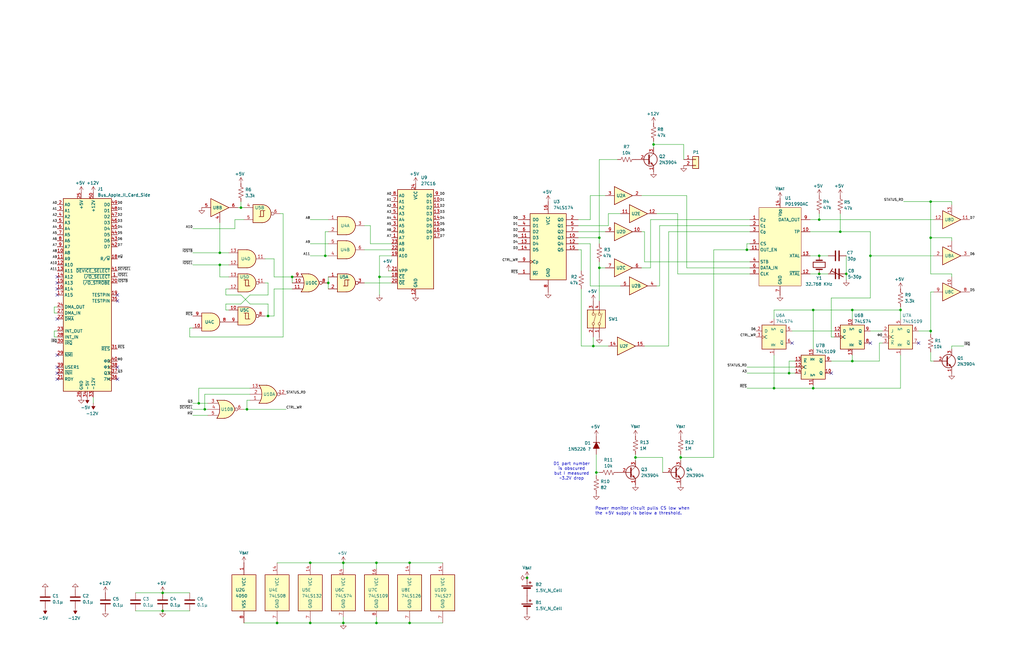
<source format=kicad_sch>
(kicad_sch (version 20231120) (generator "eeschema") (generator_version "8.0")
  (paper "USLedger")
  (title_block (title "Thunderware Thunderclock Plus") (date "2024-11-03") (rev "880-02") (comment 2 "captured by Mark Aikens") (comment 3 "by Thunderware Incorporated") (comment 4 "Real-time clock card for Apple II computers"))
  (junction (at 116.84 262.89))
  (junction (at 172.72 237.49))
  (junction (at 252.73 113.03))
  (junction (at 359.41 152.4))
  (junction (at 314.96 105.41))
  (junction (at 144.78 262.89))
  (junction (at 252.73 100.33))
  (junction (at 267.97 193.04))
  (junction (at 138.43 119.38))
  (junction (at 101.6 87.63))
  (junction (at 160.02 116.84))
  (junction (at 130.81 237.49))
  (junction (at 392.43 85.09))
  (junction (at 392.43 100.33))
  (junction (at 172.72 262.89))
  (junction (at 86.36 172.72))
  (junction (at 158.75 262.89))
  (junction (at 130.81 262.89))
  (junction (at 379.73 130.81))
  (junction (at 68.58 257.81))
  (junction (at 251.46 199.39))
  (junction (at 158.75 237.49))
  (junction (at 123.19 116.84))
  (junction (at 345.44 107.95))
  (junction (at 392.43 139.7))
  (junction (at 367.03 107.95))
  (junction (at 68.58 250.19))
  (junction (at 137.16 107.95))
  (junction (at 250.19 146.05))
  (junction (at 326.39 163.83))
  (junction (at 222.25 243.84))
  (junction (at 113.03 133.35))
  (junction (at 359.41 130.81))
  (junction (at 104.14 172.72))
  (junction (at 356.87 115.57))
  (junction (at 144.78 237.49))
  (junction (at 342.9 163.83))
  (junction (at 354.33 97.79))
  (junction (at 92.71 111.76))
  (junction (at 92.71 106.68))
  (junction (at 345.44 92.71))
  (junction (at 287.02 193.04))
  (junction (at 83.82 170.18))
  (junction (at 332.74 157.48))
  (junction (at 345.44 115.57))
  (junction (at 275.59 60.96))
  (junction (at 342.9 130.81))
  (no_connect (at 49.53 160.02))
  (no_connect (at 49.53 154.94))
  (no_connect (at 49.53 127))
  (no_connect (at 387.35 144.78))
  (no_connect (at 367.03 144.78))
  (no_connect (at 24.13 116.84))
  (no_connect (at 24.13 154.94))
  (no_connect (at 24.13 157.48))
  (no_connect (at 49.53 124.46))
  (no_connect (at 24.13 149.86))
  (no_connect (at 350.52 157.48))
  (no_connect (at 24.13 124.46))
  (no_connect (at 24.13 134.62))
  (no_connect (at 24.13 119.38))
  (no_connect (at 24.13 160.02))
  (no_connect (at 24.13 121.92))
  (no_connect (at 334.01 144.78))
  (wire (pts (xy 401.32 115.57) (xy 401.32 116.84)))
  (wire (pts (xy 256.54 90.17) (xy 261.62 90.17)))
  (wire (pts (xy 243.84 102.87) (xy 248.92 102.87)))
  (wire (pts (xy 86.36 172.72) (xy 87.63 172.72)))
  (wire (pts (xy 370.84 152.4) (xy 359.41 152.4)))
  (wire (pts (xy 130.81 92.71) (xy 138.43 92.71)))
  (wire (pts (xy 115.57 133.35) (xy 115.57 121.92)))
  (wire (pts (xy 105.41 128.27) (xy 113.03 128.27)))
  (wire (pts (xy 267.97 193.04) (xy 267.97 194.31)))
  (wire (pts (xy 379.73 149.86) (xy 379.73 163.83)))
  (wire (pts (xy 248.92 102.87) (xy 248.92 120.65)))
  (wire (pts (xy 243.84 97.79) (xy 255.27 97.79)))
  (wire (pts (xy 100.33 87.63) (xy 101.6 87.63)))
  (wire (pts (xy 275.59 59.69) (xy 275.59 60.96)))
  (wire (pts (xy 95.25 128.27) (xy 95.25 130.81)))
  (wire (pts (xy 153.67 105.41) (xy 165.1 105.41)))
  (wire (pts (xy 392.43 115.57) (xy 401.32 115.57)))
  (wire (pts (xy 104.14 168.91) (xy 105.41 168.91)))
  (wire (pts (xy 276.86 90.17) (xy 285.75 90.17)))
  (wire (pts (xy 392.43 100.33) (xy 401.32 100.33)))
  (wire (pts (xy 113.03 119.38) (xy 113.03 124.46)))
  (wire (pts (xy 367.03 107.95) (xy 393.7 107.95)))
  (wire (pts (xy 243.84 105.41) (xy 245.11 105.41)))
  (wire (pts (xy 248.92 120.65) (xy 261.62 120.65)))
  (wire (pts (xy 130.81 107.95) (xy 137.16 107.95)))
  (wire (pts (xy 57.15 250.19) (xy 68.58 250.19)))
  (wire (pts (xy 144.78 237.49) (xy 144.78 240.03)))
  (wire (pts (xy 144.78 262.89) (xy 158.75 262.89)))
  (wire (pts (xy 104.14 172.72) (xy 120.65 172.72)))
  (wire (pts (xy 392.43 85.09) (xy 392.43 100.33)))
  (wire (pts (xy 245.11 121.92) (xy 245.11 146.05)))
  (wire (pts (xy 350.52 152.4) (xy 359.41 152.4)))
  (wire (pts (xy 138.43 119.38) (xy 138.43 121.92)))
  (wire (pts (xy 367.03 107.95) (xy 367.03 97.79)))
  (wire (pts (xy 252.73 113.03) (xy 255.27 113.03)))
  (wire (pts (xy 144.78 237.49) (xy 158.75 237.49)))
  (wire (pts (xy 392.43 152.4) (xy 392.43 148.59)))
  (wire (pts (xy 115.57 109.22) (xy 115.57 116.84)))
  (wire (pts (xy 356.87 107.95) (xy 356.87 115.57)))
  (wire (pts (xy 119.38 90.17) (xy 119.38 142.24)))
  (wire (pts (xy 101.6 85.09) (xy 101.6 87.63)))
  (wire (pts (xy 341.63 107.95) (xy 345.44 107.95)))
  (wire (pts (xy 379.73 129.54) (xy 379.73 130.81)))
  (wire (pts (xy 116.84 237.49) (xy 130.81 237.49)))
  (wire (pts (xy 163.83 114.3) (xy 165.1 114.3)))
  (wire (pts (xy 370.84 144.78) (xy 370.84 152.4)))
  (wire (pts (xy 267.97 191.77) (xy 267.97 193.04)))
  (wire (pts (xy 153.67 119.38) (xy 165.1 119.38)))
  (wire (pts (xy 393.7 152.4) (xy 392.43 152.4)))
  (wire (pts (xy 359.41 130.81) (xy 359.41 134.62)))
  (wire (pts (xy 156.21 102.87) (xy 165.1 102.87)))
  (wire (pts (xy 276.86 120.65) (xy 278.13 120.65)))
  (wire (pts (xy 113.03 133.35) (xy 115.57 133.35)))
  (wire (pts (xy 326.39 130.81) (xy 326.39 134.62)))
  (wire (pts (xy 101.6 128.27) (xy 105.41 124.46)))
  (wire (pts (xy 392.43 85.09) (xy 401.32 85.09)))
  (wire (pts (xy 270.51 82.55) (xy 289.56 82.55)))
  (wire (pts (xy 278.13 120.65) (xy 278.13 95.25)))
  (wire (pts (xy 22.86 139.7) (xy 22.86 142.24)))
  (wire (pts (xy 245.11 146.05) (xy 250.19 146.05)))
  (wire (pts (xy 160.02 116.84) (xy 165.1 116.84)))
  (wire (pts (xy 401.32 85.09) (xy 401.32 86.36)))
  (wire (pts (xy 278.13 95.25) (xy 316.23 95.25)))
  (wire (pts (xy 345.44 90.17) (xy 345.44 92.71)))
  (wire (pts (xy 356.87 118.11) (xy 356.87 115.57)))
  (wire (pts (xy 300.99 105.41) (xy 300.99 193.04)))
  (wire (pts (xy 101.6 124.46) (xy 105.41 128.27)))
  (wire (pts (xy 80.01 142.24) (xy 80.01 138.43)))
  (wire (pts (xy 392.43 139.7) (xy 392.43 123.19)))
  (wire (pts (xy 83.82 163.83) (xy 105.41 163.83)))
  (wire (pts (xy 115.57 116.84) (xy 123.19 116.84)))
  (wire (pts (xy 80.01 138.43) (xy 81.28 138.43)))
  (wire (pts (xy 345.44 107.95) (xy 349.25 107.95)))
  (wire (pts (xy 95.25 121.92) (xy 95.25 124.46)))
  (wire (pts (xy 243.84 100.33) (xy 252.73 100.33)))
  (wire (pts (xy 341.63 97.79) (xy 354.33 97.79)))
  (wire (pts (xy 285.75 115.57) (xy 316.23 115.57)))
  (wire (pts (xy 252.73 110.49) (xy 252.73 113.03)))
  (wire (pts (xy 314.96 154.94) (xy 335.28 154.94)))
  (wire (pts (xy 68.58 250.19) (xy 80.01 250.19)))
  (wire (pts (xy 102.87 262.89) (xy 116.84 262.89)))
  (wire (pts (xy 92.71 116.84) (xy 92.71 111.76)))
  (wire (pts (xy 281.94 97.79) (xy 316.23 97.79)))
  (wire (pts (xy 279.4 193.04) (xy 267.97 193.04)))
  (wire (pts (xy 326.39 149.86) (xy 326.39 163.83)))
  (wire (pts (xy 401.32 100.33) (xy 401.32 101.6)))
  (wire (pts (xy 111.76 109.22) (xy 115.57 109.22)))
  (wire (pts (xy 144.78 260.35) (xy 144.78 262.89)))
  (wire (pts (xy 367.03 139.7) (xy 372.11 139.7)))
  (wire (pts (xy 370.84 144.78) (xy 372.11 144.78)))
  (wire (pts (xy 92.71 116.84) (xy 96.52 116.84)))
  (wire (pts (xy 92.71 93.98) (xy 92.71 106.68)))
  (wire (pts (xy 351.79 142.24) (xy 350.52 142.24)))
  (wire (pts (xy 81.28 111.76) (xy 92.71 111.76)))
  (wire (pts (xy 326.39 130.81) (xy 342.9 130.81)))
  (wire (pts (xy 271.78 97.79) (xy 270.51 97.79)))
  (wire (pts (xy 332.74 157.48) (xy 335.28 157.48)))
  (wire (pts (xy 101.6 124.46) (xy 95.25 124.46)))
  (wire (pts (xy 379.73 130.81) (xy 379.73 134.62)))
  (wire (pts (xy 113.03 119.38) (xy 111.76 119.38)))
  (wire (pts (xy 113.03 128.27) (xy 113.03 133.35)))
  (wire (pts (xy 172.72 237.49) (xy 186.69 237.49)))
  (wire (pts (xy 22.86 132.08) (xy 24.13 132.08)))
  (wire (pts (xy 123.19 119.38) (xy 123.19 116.84)))
  (wire (pts (xy 332.74 152.4) (xy 335.28 152.4)))
  (wire (pts (xy 83.82 170.18) (xy 87.63 170.18)))
  (wire (pts (xy 137.16 97.79) (xy 138.43 97.79)))
  (wire (pts (xy 392.43 139.7) (xy 392.43 140.97)))
  (wire (pts (xy 332.74 152.4) (xy 332.74 157.48)))
  (wire (pts (xy 300.99 105.41) (xy 314.96 105.41)))
  (wire (pts (xy 160.02 107.95) (xy 165.1 107.95)))
  (wire (pts (xy 354.33 97.79) (xy 367.03 97.79)))
  (wire (pts (xy 39.37 170.18) (xy 39.37 167.64)))
  (wire (pts (xy 24.13 139.7) (xy 22.86 139.7)))
  (wire (pts (xy 274.32 92.71) (xy 316.23 92.71)))
  (wire (pts (xy 349.25 115.57) (xy 345.44 115.57)))
  (wire (pts (xy 274.32 113.03) (xy 270.51 113.03)))
  (wire (pts (xy 81.28 96.52) (xy 99.06 96.52)))
  (wire (pts (xy 81.28 106.68) (xy 92.71 106.68)))
  (wire (pts (xy 95.25 130.81) (xy 96.52 130.81)))
  (wire (pts (xy 350.52 125.73) (xy 367.03 125.73)))
  (wire (pts (xy 130.81 237.49) (xy 144.78 237.49)))
  (wire (pts (xy 158.75 262.89) (xy 172.72 262.89)))
  (wire (pts (xy 119.38 142.24) (xy 80.01 142.24)))
  (wire (pts (xy 95.25 121.92) (xy 96.52 121.92)))
  (wire (pts (xy 68.58 257.81) (xy 80.01 257.81)))
  (wire (pts (xy 156.21 95.25) (xy 153.67 95.25)))
  (wire (pts (xy 406.4 146.05) (xy 401.32 146.05)))
  (wire (pts (xy 314.96 102.87) (xy 314.96 105.41)))
  (wire (pts (xy 342.9 162.56) (xy 342.9 163.83)))
  (wire (pts (xy 160.02 116.84) (xy 160.02 124.46)))
  (wire (pts (xy 248.92 82.55) (xy 255.27 82.55)))
  (wire (pts (xy 251.46 200.66) (xy 251.46 199.39)))
  (wire (pts (xy 81.28 175.26) (xy 87.63 175.26)))
  (wire (pts (xy 248.92 82.55) (xy 248.92 92.71)))
  (wire (pts (xy 158.75 237.49) (xy 158.75 240.03)))
  (wire (pts (xy 289.56 113.03) (xy 316.23 113.03)))
  (wire (pts (xy 252.73 67.31) (xy 260.35 67.31)))
  (wire (pts (xy 101.6 128.27) (xy 95.25 128.27)))
  (wire (pts (xy 81.28 170.18) (xy 83.82 170.18)))
  (wire (pts (xy 275.59 60.96) (xy 275.59 62.23)))
  (wire (pts (xy 314.96 105.41) (xy 316.23 105.41)))
  (wire (pts (xy 392.43 100.33) (xy 392.43 115.57)))
  (wire (pts (xy 251.46 199.39) (xy 251.46 191.77)))
  (wire (pts (xy 392.43 123.19) (xy 393.7 123.19)))
  (wire (pts (xy 252.73 100.33) (xy 252.73 67.31)))
  (wire (pts (xy 158.75 237.49) (xy 172.72 237.49)))
  (wire (pts (xy 387.35 139.7) (xy 392.43 139.7)))
  (wire (pts (xy 381 85.09) (xy 392.43 85.09)))
  (wire (pts (xy 81.28 172.72) (xy 86.36 172.72)))
  (wire (pts (xy 22.86 142.24) (xy 24.13 142.24)))
  (wire (pts (xy 401.32 146.05) (xy 401.32 147.32)))
  (wire (pts (xy 104.14 168.91) (xy 104.14 172.72)))
  (wire (pts (xy 314.96 163.83) (xy 326.39 163.83)))
  (wire (pts (xy 345.44 92.71) (xy 393.7 92.71)))
  (wire (pts (xy 57.15 257.81) (xy 68.58 257.81)))
  (wire (pts (xy 99.06 92.71) (xy 102.87 92.71)))
  (wire (pts (xy 285.75 90.17) (xy 285.75 115.57)))
  (wire (pts (xy 83.82 170.18) (xy 83.82 163.83)))
  (wire (pts (xy 116.84 262.89) (xy 130.81 262.89)))
  (wire (pts (xy 350.52 125.73) (xy 350.52 142.24)))
  (wire (pts (xy 359.41 152.4) (xy 359.41 149.86)))
  (wire (pts (xy 158.75 260.35) (xy 158.75 262.89)))
  (wire (pts (xy 342.9 130.81) (xy 342.9 147.32)))
  (wire (pts (xy 92.71 111.76) (xy 96.52 111.76)))
  (wire (pts (xy 250.19 142.24) (xy 250.19 146.05)))
  (wire (pts (xy 250.19 146.05) (xy 256.54 146.05)))
  (wire (pts (xy 99.06 96.52) (xy 99.06 92.71)))
  (wire (pts (xy 316.23 102.87) (xy 314.96 102.87)))
  (wire (pts (xy 342.9 130.81) (xy 359.41 130.81)))
  (wire (pts (xy 289.56 82.55) (xy 289.56 113.03)))
  (wire (pts (xy 137.16 107.95) (xy 138.43 107.95)))
  (wire (pts (xy 274.32 113.03) (xy 274.32 92.71)))
  (wire (pts (xy 101.6 87.63) (xy 102.87 87.63)))
  (wire (pts (xy 130.81 262.89) (xy 144.78 262.89)))
  (wire (pts (xy 341.63 92.71) (xy 345.44 92.71)))
  (wire (pts (xy 102.87 172.72) (xy 104.14 172.72)))
  (wire (pts (xy 271.78 110.49) (xy 316.23 110.49)))
  (wire (pts (xy 86.36 172.72) (xy 86.36 166.37)))
  (wire (pts (xy 256.54 90.17) (xy 256.54 95.25)))
  (wire (pts (xy 172.72 262.89) (xy 186.69 262.89)))
  (wire (pts (xy 252.73 100.33) (xy 252.73 102.87)))
  (wire (pts (xy 287.02 193.04) (xy 287.02 194.31)))
  (wire (pts (xy 279.4 199.39) (xy 279.4 193.04)))
  (wire (pts (xy 138.43 116.84) (xy 138.43 119.38)))
  (wire (pts (xy 105.41 124.46) (xy 113.03 124.46)))
  (wire (pts (xy 354.33 90.17) (xy 354.33 97.79)))
  (wire (pts (xy 287.02 193.04) (xy 300.99 193.04)))
  (wire (pts (xy 342.9 163.83) (xy 379.73 163.83)))
  (wire (pts (xy 271.78 146.05) (xy 281.94 146.05)))
  (wire (pts (xy 130.81 102.87) (xy 138.43 102.87)))
  (wire (pts (xy 287.02 193.04) (xy 287.02 191.77)))
  (wire (pts (xy 334.01 139.7) (xy 351.79 139.7)))
  (wire (pts (xy 359.41 130.81) (xy 379.73 130.81)))
  (wire (pts (xy 248.92 92.71) (xy 243.84 92.71)))
  (wire (pts (xy 288.29 60.96) (xy 288.29 67.31)))
  (wire (pts (xy 118.11 90.17) (xy 119.38 90.17)))
  (wire (pts (xy 156.21 95.25) (xy 156.21 102.87)))
  (wire (pts (xy 367.03 107.95) (xy 367.03 125.73)))
  (wire (pts (xy 275.59 60.96) (xy 288.29 60.96)))
  (wire (pts (xy 92.71 106.68) (xy 96.52 106.68)))
  (wire (pts (xy 341.63 115.57) (xy 345.44 115.57)))
  (wire (pts (xy 24.13 129.54) (xy 22.86 129.54)))
  (wire (pts (xy 115.57 121.92) (xy 123.19 121.92)))
  (wire (pts (xy 22.86 129.54) (xy 22.86 132.08)))
  (wire (pts (xy 252.73 199.39) (xy 251.46 199.39)))
  (wire (pts (xy 86.36 166.37) (xy 105.41 166.37)))
  (wire (pts (xy 245.11 105.41) (xy 245.11 114.3)))
  (wire (pts (xy 137.16 107.95) (xy 137.16 97.79)))
  (wire (pts (xy 271.78 110.49) (xy 271.78 97.79)))
  (wire (pts (xy 314.96 157.48) (xy 332.74 157.48)))
  (wire (pts (xy 281.94 146.05) (xy 281.94 97.79)))
  (wire (pts (xy 160.02 107.95) (xy 160.02 116.84)))
  (wire (pts (xy 252.73 113.03) (xy 252.73 127)))
  (wire (pts (xy 256.54 95.25) (xy 243.84 95.25)))
  (wire (pts (xy 326.39 163.83) (xy 342.9 163.83)))
  (wire (pts (xy 113.03 133.35) (xy 111.76 133.35)))
  (text "Power monitor circuit pulls CS low when\nthe +5V supply is below a threshold." (at 250.952 215.646 0) (effects (font (size 1.27 1.27)) (justify left)))
  (text "D1 part number\nis obscured\nbut I measured\n~3.2V drop" (at 241.046 198.882 0) (effects (font (size 1.27 1.27))))
  (label "D1" (at 218.44 95.25 180) (effects (font (size 1 1))))
  (label "~{IRQ}" (at 406.4 146.05 0) (effects (font (size 1 1))))
  (label "STATUS_RD" (at 381 85.09 180) (effects (font (size 1 1))))
  (label "~{IRQ}" (at 24.13 144.78 180) (effects (font (size 1 1))))
  (label "A3" (at 24.13 93.98 180) (effects (font (size 1 1))))
  (label "D4" (at 185.42 92.71 0) (effects (font (size 1 1))))
  (label "A10" (at 24.13 111.76 180) (effects (font (size 1 1))))
  (label "R~{W}" (at 49.53 109.22 0) (effects (font (size 1 1))))
  (label "D0" (at 49.53 86.36 0) (effects (font (size 1 1))))
  (label "D5" (at 49.53 99.06 0) (effects (font (size 1 1))))
  (label "~{RES}" (at 81.28 133.35 180) (effects (font (size 1 1))))
  (label "A5" (at 24.13 99.06 180) (effects (font (size 1 1))))
  (label "A2" (at 24.13 91.44 180) (effects (font (size 1 1))))
  (label "D5" (at 185.42 95.25 0) (effects (font (size 1 1))))
  (label "~{IOSEL}" (at 81.28 111.76 180) (effects (font (size 1 1))))
  (label "A9" (at 24.13 109.22 180) (effects (font (size 1 1))))
  (label "CTRL_WR" (at 318.77 142.24 180) (effects (font (size 1 1))))
  (label "~{DEVSEL}" (at 49.53 114.3 0) (effects (font (size 1 1))))
  (label "D7" (at 408.94 92.71 0) (effects (font (size 1 1))))
  (label "STATUS_RD" (at 314.96 154.94 180) (effects (font (size 1 1))))
  (label "A7" (at 165.1 100.33 180) (effects (font (size 1 1))))
  (label "A0" (at 165.1 82.55 180) (effects (font (size 1 1))))
  (label "A11" (at 130.81 107.95 180) (effects (font (size 1 1))))
  (label "CTRL_WR" (at 218.44 110.49 180) (effects (font (size 1 1))))
  (label "A7" (at 24.13 104.14 180) (effects (font (size 1 1))))
  (label "A6" (at 165.1 97.79 180) (effects (font (size 1 1))))
  (label "Q3" (at 49.53 157.48 0) (effects (font (size 1 1))))
  (label "D0" (at 185.42 82.55 0) (effects (font (size 1 1))))
  (label "A3" (at 165.1 90.17 180) (effects (font (size 1 1))))
  (label "A11" (at 24.13 114.3 180) (effects (font (size 1 1))))
  (label "D7" (at 49.53 104.14 0) (effects (font (size 1 1))))
  (label "A4" (at 165.1 92.71 180) (effects (font (size 1 1))))
  (label "~{IOSTB}" (at 49.53 119.38 0) (effects (font (size 1 1))))
  (label "A8" (at 130.81 92.71 180) (effects (font (size 1 1))))
  (label "A6" (at 24.13 101.6 180) (effects (font (size 1 1))))
  (label "A1" (at 24.13 88.9 180) (effects (font (size 1 1))))
  (label "D5" (at 218.44 100.33 180) (effects (font (size 1 1))))
  (label "A9" (at 130.81 102.87 180) (effects (font (size 1 1))))
  (label "D7" (at 185.42 100.33 0) (effects (font (size 1 1))))
  (label "D0" (at 218.44 92.71 180) (effects (font (size 1 1))))
  (label "A8" (at 24.13 106.68 180) (effects (font (size 1 1))))
  (label "~{IOSTB}" (at 81.28 106.68 180) (effects (font (size 1 1))))
  (label "CTRL_WR" (at 120.65 172.72 0) (effects (font (size 1 1))))
  (label "Φ0" (at 49.53 152.4 0) (effects (font (size 1 1))))
  (label "R~{W}" (at 81.28 175.26 180) (effects (font (size 1 1))))
  (label "D4" (at 218.44 102.87 180) (effects (font (size 1 1))))
  (label "Q3" (at 81.28 170.18 180) (effects (font (size 1 1))))
  (label "A2" (at 165.1 87.63 180) (effects (font (size 1 1))))
  (label "~{RES}" (at 49.53 147.32 0) (effects (font (size 1 1))))
  (label "~{DEVSEL}" (at 81.28 172.72 180) (effects (font (size 1 1))))
  (label "~{RES}" (at 314.96 163.83 180) (effects (font (size 1 1))))
  (label "D6" (at 185.42 97.79 0) (effects (font (size 1 1))))
  (label "D2" (at 185.42 87.63 0) (effects (font (size 1 1))))
  (label "A4" (at 24.13 96.52 180) (effects (font (size 1 1))))
  (label "A1" (at 165.1 85.09 180) (effects (font (size 1 1))))
  (label "D1" (at 185.42 85.09 0) (effects (font (size 1 1))))
  (label "D6" (at 49.53 101.6 0) (effects (font (size 1 1))))
  (label "D1" (at 49.53 88.9 0) (effects (font (size 1 1))))
  (label "D3" (at 185.42 90.17 0) (effects (font (size 1 1))))
  (label "D6" (at 408.94 107.95 0) (effects (font (size 1 1))))
  (label "D6" (at 318.77 139.7 180) (effects (font (size 1 1))))
  (label "D5" (at 408.94 123.19 0) (effects (font (size 1 1))))
  (label "D3" (at 218.44 105.41 180) (effects (font (size 1 1))))
  (label "A10" (at 81.28 96.52 180) (effects (font (size 1 1))))
  (label "~{RES}" (at 218.44 115.57 180) (effects (font (size 1 1))))
  (label "D3" (at 49.53 93.98 0) (effects (font (size 1 1))))
  (label "A5" (at 165.1 95.25 180) (effects (font (size 1 1))))
  (label "A3" (at 314.96 157.48 180) (effects (font (size 1 1))))
  (label "~{IOSEL}" (at 49.53 116.84 0) (effects (font (size 1 1))))
  (label "Φ0" (at 372.11 142.24 180) (effects (font (size 1 1))))
  (label "A0" (at 24.13 86.36 180) (effects (font (size 1 1))))
  (label "STATUS_RD" (at 120.65 166.37 0) (effects (font (size 1 1))))
  (label "D4" (at 49.53 96.52 0) (effects (font (size 1 1))))
  (label "D2" (at 218.44 97.79 180) (effects (font (size 1 1))))
  (label "D2" (at 49.53 91.44 0) (effects (font (size 1 1))))
  (symbol (lib_id "power:+5V") (at 345.44 82.55 0) (unit 1)
    (property "Reference" "#PWR023" (effects (hide yes)))
    (property "Value" "+5V" (at 344.932 78.486 0))
    (property "Description" "Power symbol creates a global label with name \"+5V\"" (effects (hide yes)))
  )
  (symbol (lib_id "power:GND") (at 231.14 123.19 0) (unit 1)
    (property "Reference" "#PWR010" (effects (hide yes)))
    (property "Value" "GND" (effects (hide yes)))
    (property "Description" "Power symbol creates a global label with name \"GND\" , ground" (effects (hide yes)))
  )
  (symbol (lib_id "74xx:74LS126") (at 92.71 87.63 0) (unit 2)
    (property "Reference" "U8" (at 91.694 87.63 0))
    (property "Value" "74LS126" (effects (hide yes)))
    (property "Datasheet" "http://www.ti.com/lit/gpn/sn74LS126" (effects (hide yes)))
    (property "Description" "Quad buffer 3-State outputs" (effects (hide yes)))
  )
  (symbol (lib_id "4xxx:4050") (at 262.89 82.55 0) (unit 1)
    (property "Reference" "U2" (at 261.874 82.55 0))
    (property "Value" "4050" (effects (hide yes)))
    (property "Datasheet" "http://www.intersil.com/content/dam/intersil/documents/cd40/cd4050bms.pdf" (effects (hide yes)))
    (property "Description" "Hex Buffer" (effects (hide yes)))
  )
  (symbol (lib_id "power:-5V") (at 19.05 256.54 180) (unit 1)
    (property "Reference" "#PWR035" (effects (hide yes)))
    (property "Value" "-5V" (at 18.288 260.858 0))
    (property "Description" "Power symbol creates a global label with name \"-5V\"" (effects (hide yes)))
  )
  (symbol (lib_id "power:GND") (at 328.93 124.46 0) (unit 1)
    (property "Reference" "#PWR019" (effects (hide yes)))
    (property "Value" "GND" (effects (hide yes)))
    (property "Description" "Power symbol creates a global label with name \"GND\" , ground" (effects (hide yes)))
  )
  (symbol (lib_id "74xx:74LS08") (at 146.05 105.41 0) (mirror x) (unit 2)
    (property "Reference" "U4" (at 145.542 105.41 0))
    (property "Value" "74LS08" (effects (hide yes)))
    (property "Datasheet" "http://www.ti.com/lit/gpn/sn74LS08" (effects (hide yes)))
    (property "Description" "Quad And2" (effects (hide yes)))
  )
  (symbol (lib_id "Device:C") (at 80.01 254 0) (unit 1)
    (property "Reference" "C6" (at 83.058 252.73 0) (effects (justify left)))
    (property "Value" "0.1µ" (at 83.058 255.27 0) (effects (justify left)))
    (property "Description" "Unpolarized capacitor" (effects (hide yes)))
  )
  (symbol (lib_id "74xx:74LS132") (at 146.05 119.38 0) (unit 1)
    (property "Reference" "U5" (at 145.034 116.84 0))
    (property "Value" "74LS132" (effects (hide yes)))
    (property "Datasheet" "http://www.ti.com/lit/gpn/sn74LS132" (effects (hide yes)))
    (property "Description" "Quad 2-input NAND Schmitt trigger" (effects (hide yes)))
  )
  (symbol (lib_id "power:+5V") (at 101.6 77.47 0) (unit 1)
    (property "Reference" "#PWR012" (effects (hide yes)))
    (property "Value" "+5V" (at 101.092 73.406 0))
    (property "Description" "Power symbol creates a global label with name \"+5V\"" (effects (hide yes)))
  )
  (symbol (lib_id "74xx:74LS74") (at 144.78 250.19 0) (unit 3)
    (property "Reference" "U6" (at 141.224 248.92 0) (effects (justify left)))
    (property "Value" "74LS74" (at 141.224 251.46 0) (effects (justify left)))
    (property "Datasheet" "74xx/74hc_hct74.pdf" (effects (hide yes)))
    (property "Description" "Dual D Flip-flop, Set & Reset" (effects (hide yes)))
  )
  (symbol (lib_id "4xxx:4050") (at 269.24 90.17 0) (unit 5)
    (property "Reference" "U2" (at 268.224 90.17 0))
    (property "Value" "4050" (effects (hide yes)))
    (property "Datasheet" "http://www.intersil.com/content/dam/intersil/documents/cd40/cd4050bms.pdf" (effects (hide yes)))
    (property "Description" "Hex Buffer" (effects (hide yes)))
  )
  (symbol (lib_id "74xx:74LS109") (at 342.9 154.94 0) (mirror x) (unit 2)
    (property "Reference" "U7" (at 343.916 145.796 0) (effects (justify left)))
    (property "Value" "74LS109" (at 343.916 148.336 0) (effects (justify left)))
    (property "Datasheet" "http://www.ti.com/lit/gpn/sn74LS109" (effects (hide yes)))
    (property "Description" "Dual JK Flip-Flop, Set & Reset" (effects (hide yes)))
  )
  (symbol (lib_id "4xxx:4050") (at 262.89 113.03 0) (unit 3)
    (property "Reference" "U2" (at 261.874 113.03 0))
    (property "Value" "4050" (effects (hide yes)))
    (property "Datasheet" "http://www.intersil.com/content/dam/intersil/documents/cd40/cd4050bms.pdf" (effects (hide yes)))
    (property "Description" "Hex Buffer" (effects (hide yes)))
  )
  (symbol (lib_id "power:VMEM") (at 222.25 243.84 0) (unit 1)
    (property "Reference" "#PWR041" (effects (hide yes)))
    (property "Value" "V_{BAT}" (at 222.25 239.522 0))
    (property "Description" "Power symbol creates a global label with name \"VMEM\"" (effects (hide yes)))
  )
  (symbol (lib_id "Device:C") (at 19.05 252.73 0) (unit 1)
    (property "Reference" "C1" (at 22.098 251.46 0) (effects (justify left)))
    (property "Value" "0.1µ" (at 22.098 254 0) (effects (justify left)))
    (property "Description" "Unpolarized capacitor" (effects (hide yes)))
  )
  (symbol (lib_id "power:VMEM") (at 287.02 184.15 0) (unit 1)
    (property "Reference" "#PWR020" (effects (hide yes)))
    (property "Value" "V_{BAT}" (at 287.02 179.832 0))
    (property "Description" "Power symbol creates a global label with name \"VMEM\"" (effects (hide yes)))
  )
  (symbol (lib_id "power:GND") (at 267.97 204.47 0) (unit 1)
    (property "Reference" "#PWR034" (effects (hide yes)))
    (property "Value" "GND" (effects (hide yes)))
    (property "Description" "Power symbol creates a global label with name \"GND\" , ground" (effects (hide yes)))
  )
  (symbol (lib_id "74xx:74LS27") (at 113.03 166.37 0) (mirror x) (unit 1)
    (property "Reference" "U10" (at 113.538 166.37 0))
    (property "Value" "74LS27" (effects (hide yes)))
    (property "Datasheet" "http://www.ti.com/lit/gpn/sn74LS27" (effects (hide yes)))
    (property "Description" "Triple 3-input NOR" (effects (hide yes)))
  )
  (symbol (lib_id "4xxx:4050") (at 102.87 250.19 0) (unit 7)
    (property "Reference" "U2" (at 99.314 248.92 0) (effects (justify left)))
    (property "Value" "4050" (at 99.314 251.46 0) (effects (justify left)))
    (property "Datasheet" "http://www.intersil.com/content/dam/intersil/documents/cd40/cd4050bms.pdf" (effects (hide yes)))
    (property "Description" "Hex Buffer" (effects (hide yes)))
  )
  (symbol (lib_id "power:-12V") (at 39.37 170.18 180) (unit 1)
    (property "Reference" "#PWR05" (effects (hide yes)))
    (property "Value" "-12V" (at 38.862 174.498 0))
    (property "Description" "Power symbol creates a global label with name \"-12V\"" (effects (hide yes)))
  )
  (symbol (lib_id "power:GND") (at 34.29 167.64 0) (unit 1)
    (property "Reference" "#PWR02" (effects (hide yes)))
    (property "Value" "GND" (effects (hide yes)))
    (property "Description" "Power symbol creates a global label with name \"GND\" , ground" (effects (hide yes)))
  )
  (symbol (lib_id "Device:R_US") (at 264.16 67.31 90) (unit 1)
    (property "Reference" "R7" (at 264.16 61.976 90))
    (property "Value" "10k" (at 264.16 64.516 90))
    (property "Description" "Resistor, US symbol" (effects (hide yes)))
  )
  (symbol (lib_id "Device:Battery_Cell") (at 222.25 256.54 0) (unit 1)
    (property "Reference" "B1" (at 225.806 254.254 0) (effects (justify left)))
    (property "Value" "1.5V_N_Cell" (at 225.806 256.794 0) (effects (justify left)))
    (property "Description" "Single-cell battery" (effects (hide yes)))
  )
  (symbol (lib_id "74xx:74LS08") (at 146.05 95.25 0) (unit 1)
    (property "Reference" "U4" (at 145.542 95.25 0))
    (property "Value" "74LS08" (effects (hide yes)))
    (property "Datasheet" "http://www.ti.com/lit/gpn/sn74LS08" (effects (hide yes)))
    (property "Description" "Quad And2" (effects (hide yes)))
  )
  (symbol (lib_id "power:GND") (at 287.02 204.47 0) (unit 1)
    (property "Reference" "#PWR031" (effects (hide yes)))
    (property "Value" "GND" (effects (hide yes)))
    (property "Description" "Power symbol creates a global label with name \"GND\" , ground" (effects (hide yes)))
  )
  (symbol (lib_id "power:GND") (at 85.09 87.63 0) (unit 1)
    (property "Reference" "#PWR011" (effects (hide yes)))
    (property "Value" "GND" (effects (hide yes)))
    (property "Description" "Power symbol creates a global label with name \"GND\" , ground" (effects (hide yes)))
  )
  (symbol (lib_id "Device:R_US") (at 267.97 187.96 0) (unit 1)
    (property "Reference" "R13" (at 269.748 186.69 0) (effects (justify left)))
    (property "Value" "1M" (at 269.748 189.23 0) (effects (justify left)))
    (property "Description" "Resistor, US symbol" (effects (hide yes)))
  )
  (symbol (lib_id "Transistor_BJT:2N3904") (at 273.05 67.31 0) (unit 1)
    (property "Reference" "Q2" (at 277.876 66.04 0) (effects (justify left)))
    (property "Value" "2N3904" (at 277.876 68.58 0) (effects (justify left)))
    (property "Footprint" "Package_TO_SOT_THT:TO-92_Inline" (effects (hide yes)))
    (property "Datasheet" "https://www.onsemi.com/pub/Collateral/2N3903-D.PDF" (effects (hide yes)))
    (property "Description" "0.2A Ic, 40V Vce, Small Signal NPN Transistor, TO-92" (effects (hide yes)))
  )
  (symbol (lib_id "74xx:74LS109") (at 379.73 142.24 0) (unit 1)
    (property "Reference" "U7" (at 380.492 133.096 0) (effects (justify left)))
    (property "Value" "74LS109" (at 380.492 135.636 0) (effects (justify left)))
    (property "Datasheet" "http://www.ti.com/lit/gpn/sn74LS109" (effects (hide yes)))
    (property "Description" "Dual JK Flip-Flop, Set & Reset" (effects (hide yes)))
  )
  (symbol (lib_id "Transistor_BJT:2N3904") (at 284.48 199.39 0) (unit 1)
    (property "Reference" "Q4" (at 289.306 198.12 0) (effects (justify left)))
    (property "Value" "2N3904" (at 289.306 200.66 0) (effects (justify left)))
    (property "Footprint" "Package_TO_SOT_THT:TO-92_Inline" (effects (hide yes)))
    (property "Datasheet" "https://www.onsemi.com/pub/Collateral/2N3903-D.PDF" (effects (hide yes)))
    (property "Description" "0.2A Ic, 40V Vce, Small Signal NPN Transistor, TO-92" (effects (hide yes)))
  )
  (symbol (lib_id "power:+12V") (at 39.37 81.28 0) (unit 1)
    (property "Reference" "#PWR03" (effects (hide yes)))
    (property "Value" "+12V" (at 39.116 77.216 0))
    (property "Description" "Power symbol creates a global label with name \"+12V\"" (effects (hide yes)))
  )
  (symbol (lib_id "74xx:74LS109") (at 158.75 250.19 0) (unit 3)
    (property "Reference" "U7" (at 155.194 248.92 0) (effects (justify left)))
    (property "Value" "74LS109" (at 155.194 251.46 0) (effects (justify left)))
    (property "Datasheet" "http://www.ti.com/lit/gpn/sn74LS109" (effects (hide yes)))
    (property "Description" "Dual JK Flip-Flop, Set & Reset" (effects (hide yes)))
  )
  (symbol (lib_id "74xx:74LS174") (at 231.14 102.87 0) (unit 1)
    (property "Reference" "U3" (at 233.3341 85.09 0) (effects (justify left)))
    (property "Value" "74LS174" (at 233.3341 87.63 0) (effects (justify left)))
    (property "Datasheet" "http://www.ti.com/lit/gpn/sn74LS174" (effects (hide yes)))
    (property "Description" "Hex D-type Flip-Flop, reset" (effects (hide yes)))
  )
  (symbol (lib_id "power:GND") (at 275.59 72.39 0) (unit 1)
    (property "Reference" "#PWR037" (effects (hide yes)))
    (property "Value" "GND" (effects (hide yes)))
    (property "Description" "Power symbol creates a global label with name \"GND\" , ground" (effects (hide yes)))
  )
  (symbol (lib_id "power:+5V") (at 163.83 114.3 0) (unit 1)
    (property "Reference" "#PWR015" (effects (hide yes)))
    (property "Value" "+5V" (at 163.322 110.236 0))
    (property "Description" "Power symbol creates a global label with name \"+5V\"" (effects (hide yes)))
  )
  (symbol (lib_id "Device:R_US") (at 392.43 144.78 0) (unit 1)
    (property "Reference" "R1" (at 395.478 143.764 0))
    (property "Value" "10k" (at 395.478 146.304 0))
    (property "Description" "Resistor, US symbol" (effects (hide yes)))
  )
  (symbol (lib_id "power:+5V") (at 68.58 250.19 0) (unit 1)
    (property "Reference" "#PWR038" (effects (hide yes)))
    (property "Value" "+5V" (at 68.072 246.126 0))
    (property "Description" "Power symbol creates a global label with name \"+5V\"" (effects (hide yes)))
  )
  (symbol (lib_id "power:GND") (at 160.02 124.46 0) (unit 1)
    (property "Reference" "#PWR016" (effects (hide yes)))
    (property "Value" "GND" (effects (hide yes)))
    (property "Description" "Power symbol creates a global label with name \"GND\" , ground" (effects (hide yes)))
  )
  (symbol (lib_id "Switch:SW_DIP_x02") (at 250.19 134.62 270) (mirror x) (unit 1)
    (property "Reference" "SW1" (at 256.54 134.6199 90) (effects (justify left)))
    (property "Value" "SW_DIP_x02" (effects (hide yes)))
    (property "Description" "2x DIP Switch, Single Pole Single Throw (SPST) switch, small symbol" (effects (hide yes)))
  )
  (symbol (lib_id "power:GND") (at 288.29 69.85 0) (unit 1)
    (property "Reference" "#PWR040" (effects (hide yes)))
    (property "Value" "GND" (effects (hide yes)))
    (property "Description" "Power symbol creates a global label with name \"GND\" , ground" (effects (hide yes)))
  )
  (symbol (lib_id "PCM_MA_Connector_AppleII:Bus_Apple_II_Card_Side") (at 36.83 124.46 0) (unit 1) (in_bom no)
    (property "Reference" "J1" (at 41.148 79.756 0) (effects (justify left)))
    (property "Value" "Bus_Apple_II_Card_Side" (at 41.148 82.296 0) (effects (justify left)))
    (property "Footprint" "PCM_MA_Connector_AppleII:Peripheral_Bus_Edge" (effects (hide yes)))
    (property "Datasheet" "https://archive.org/details/Apple_II_Mini_Manual/page/n37/mode/2up" (effects (hide yes)))
    (property "Description" "Apple II bus connector. Use this symbol on the card side, i.e. for making Apple II-compatible peripheral cards." (effects (hide yes)))
  )
  (symbol (lib_id "74xx:74LS27") (at 130.81 119.38 0) (unit 3)
    (property "Reference" "U10" (at 131.318 119.38 0))
    (property "Value" "74LS27" (effects (hide yes)))
    (property "Datasheet" "http://www.ti.com/lit/gpn/sn74LS27" (effects (hide yes)))
    (property "Description" "Triple 3-input NOR" (effects (hide yes)))
  )
  (symbol (lib_id "4xxx:4050") (at 264.16 146.05 0) (unit 6)
    (property "Reference" "U2" (at 263.144 146.05 0))
    (property "Value" "4050" (effects (hide yes)))
    (property "Datasheet" "http://www.intersil.com/content/dam/intersil/documents/cd40/cd4050bms.pdf" (effects (hide yes)))
    (property "Description" "Hex Buffer" (effects (hide yes)))
  )
  (symbol (lib_id "Device:R_US") (at 101.6 81.28 0) (unit 1)
    (property "Reference" "R6" (at 103.378 80.01 0) (effects (justify left)))
    (property "Value" "3.3k" (at 103.378 82.55 0) (effects (justify left)))
    (property "Description" "Resistor, US symbol" (effects (hide yes)))
  )
  (symbol (lib_id "Transistor_BJT:2N3904") (at 398.78 152.4 0) (unit 1)
    (property "Reference" "Q1" (at 403.606 151.13 0) (effects (justify left)))
    (property "Value" "2N3904" (at 403.606 153.67 0) (effects (justify left)))
    (property "Footprint" "Package_TO_SOT_THT:TO-92_Inline" (effects (hide yes)))
    (property "Datasheet" "https://www.onsemi.com/pub/Collateral/2N3903-D.PDF" (effects (hide yes)))
    (property "Description" "0.2A Ic, 40V Vce, Small Signal NPN Transistor, TO-92" (effects (hide yes)))
  )
  (symbol (lib_id "power:+5V") (at 354.33 82.55 0) (unit 1)
    (property "Reference" "#PWR024" (effects (hide yes)))
    (property "Value" "+5V" (at 353.822 78.486 0))
    (property "Description" "Power symbol creates a global label with name \"+5V\"" (effects (hide yes)))
  )
  (symbol (lib_id "power:GND") (at 19.05 248.92 180) (unit 1)
    (property "Reference" "#PWR029" (effects (hide yes)))
    (property "Value" "GND" (effects (hide yes)))
    (property "Description" "Power symbol creates a global label with name \"GND\" , ground" (effects (hide yes)))
  )
  (symbol (lib_id "power:GND") (at 144.78 262.89 0) (unit 1)
    (property "Reference" "#PWR09" (effects (hide yes)))
    (property "Value" "GND" (effects (hide yes)))
    (property "Description" "Power symbol creates a global label with name \"GND\" , ground" (effects (hide yes)))
  )
  (symbol (lib_id "Device:R_US") (at 252.73 106.68 0) (unit 1)
    (property "Reference" "R3" (at 256.032 105.41 0))
    (property "Value" "47k" (at 256.032 107.95 0))
    (property "Description" "Resistor, US symbol" (effects (hide yes)))
  )
  (symbol (lib_id "Device:Crystal") (at 345.44 111.76 90) (unit 1)
    (property "Reference" "Y1" (at 344.17 117.348 90) (effects (justify right)))
    (property "Value" "32.768 KHz" (at 339.598 119.888 90) (effects (justify right)))
    (property "Description" "Two pin crystal" (effects (hide yes)))
  )
  (symbol (lib_id "Device:Battery_Cell") (at 222.25 248.92 0) (unit 1)
    (property "Reference" "B2" (at 225.806 246.634 0) (effects (justify left)))
    (property "Value" "1.5V_N_Cell" (at 225.806 249.174 0) (effects (justify left)))
    (property "Description" "Single-cell battery" (effects (hide yes)))
  )
  (symbol (lib_id "Device:C") (at 44.45 254 0) (unit 1)
    (property "Reference" "C5" (at 47.498 252.73 0) (effects (justify left)))
    (property "Value" "0.1µ" (at 47.498 255.27 0) (effects (justify left)))
    (property "Description" "Unpolarized capacitor" (effects (hide yes)))
  )
  (symbol (lib_id "power:VMEM") (at 267.97 184.15 0) (unit 1)
    (property "Reference" "#PWR028" (effects (hide yes)))
    (property "Value" "V_{BAT}" (at 267.97 179.832 0))
    (property "Description" "Power symbol creates a global label with name \"VMEM\"" (effects (hide yes)))
  )
  (symbol (lib_id "power:GND") (at 68.58 257.81 0) (unit 1)
    (property "Reference" "#PWR032" (effects (hide yes)))
    (property "Value" "GND" (effects (hide yes)))
    (property "Description" "Power symbol creates a global label with name \"GND\" , ground" (effects (hide yes)))
  )
  (symbol (lib_id "74xx:74LS126") (at 401.32 123.19 0) (mirror x) (unit 3)
    (property "Reference" "U8" (at 400.304 123.19 0))
    (property "Value" "74LS126" (effects (hide yes)))
    (property "Datasheet" "http://www.ti.com/lit/gpn/sn74LS126" (effects (hide yes)))
    (property "Description" "Quad buffer 3-State outputs" (effects (hide yes)))
  )
  (symbol (lib_id "power:+5V") (at 34.29 81.28 0) (unit 1)
    (property "Reference" "#PWR01" (effects (hide yes)))
    (property "Value" "+5V" (at 33.782 77.216 0))
    (property "Description" "Power symbol creates a global label with name \"+5V\"" (effects (hide yes)))
  )
  (symbol (lib_id "power:-12V") (at 31.75 256.54 180) (unit 1)
    (property "Reference" "#PWR036" (effects (hide yes)))
    (property "Value" "-12V" (at 31.242 260.858 0))
    (property "Description" "Power symbol creates a global label with name \"-12V\"" (effects (hide yes)))
  )
  (symbol (lib_id "Device:R_US") (at 354.33 86.36 0) (unit 1)
    (property "Reference" "R5" (at 355.854 85.344 0) (effects (justify left)))
    (property "Value" "47k" (at 355.854 87.884 0) (effects (justify left)))
    (property "Description" "Resistor, US symbol" (effects (hide yes)))
  )
  (symbol (lib_id "74xx:74LS27") (at 95.25 172.72 0) (unit 2)
    (property "Reference" "U10" (at 95.758 172.72 0))
    (property "Value" "74LS27" (effects (hide yes)))
    (property "Datasheet" "http://www.ti.com/lit/gpn/sn74LS27" (effects (hide yes)))
    (property "Description" "Triple 3-input NOR" (effects (hide yes)))
  )
  (symbol (lib_id "Device:R_US") (at 251.46 204.47 0) (unit 1)
    (property "Reference" "R10" (at 253.238 203.2 0) (effects (justify left)))
    (property "Value" "82" (at 253.238 205.74 0) (effects (justify left)))
    (property "Description" "Resistor, US symbol" (effects (hide yes)))
  )
  (symbol (lib_id "power:PWR_FLAG") (at 222.25 243.84 90) (unit 1)
    (property "Reference" "#FLG01" (effects (hide yes)))
    (property "Value" "PWR_FLAG" (effects (hide yes)))
    (property "Description" "Special symbol for telling ERC where power comes from" (effects (hide yes)))
  )
  (symbol (lib_id "power:VMEM") (at 328.93 83.82 0) (unit 1)
    (property "Reference" "#PWR021" (effects (hide yes)))
    (property "Value" "V_{BAT}" (at 328.93 79.502 0))
    (property "Description" "Power symbol creates a global label with name \"VMEM\"" (effects (hide yes)))
  )
  (symbol (lib_id "power:+12V") (at 44.45 250.19 0) (unit 1)
    (property "Reference" "#PWR039" (effects (hide yes)))
    (property "Value" "+12V" (at 44.196 246.126 0))
    (property "Description" "Power symbol creates a global label with name \"+12V\"" (effects (hide yes)))
  )
  (symbol (lib_id "power:+5V") (at 231.14 85.09 0) (unit 1)
    (property "Reference" "#PWR07" (effects (hide yes)))
    (property "Value" "+5V" (at 230.632 81.026 0))
    (property "Description" "Power symbol creates a global label with name \"+5V\"" (effects (hide yes)))
  )
  (symbol (lib_id "74xx:74LS132") (at 104.14 119.38 0) (mirror x) (unit 4)
    (property "Reference" "U5" (at 103.124 116.84 0))
    (property "Value" "74LS132" (effects (hide yes)))
    (property "Datasheet" "http://www.ti.com/lit/gpn/sn74LS132" (effects (hide yes)))
    (property "Description" "Quad 2-input NAND Schmitt trigger" (effects (hide yes)))
  )
  (symbol (lib_id "Device:R_US") (at 275.59 55.88 0) (unit 1)
    (property "Reference" "R8" (at 277.114 54.61 0) (effects (justify left)))
    (property "Value" "47k" (at 277.114 57.15 0) (effects (justify left)))
    (property "Description" "Resistor, US symbol" (effects (hide yes)))
  )
  (symbol (lib_id "power:GND") (at 252.73 142.24 0) (unit 1)
    (property "Reference" "#PWR046" (effects (hide yes)))
    (property "Value" "GND" (effects (hide yes)))
    (property "Description" "Power symbol creates a global label with name \"GND\" , ground" (effects (hide yes)))
  )
  (symbol (lib_id "74xx:74LS74") (at 326.39 142.24 0) (unit 1)
    (property "Reference" "U6" (at 327.152 133.096 0) (effects (justify left)))
    (property "Value" "74LS74" (at 327.152 135.636 0) (effects (justify left)))
    (property "Datasheet" "74xx/74hc_hct74.pdf" (effects (hide yes)))
    (property "Description" "Dual D Flip-flop, Set & Reset" (effects (hide yes)))
  )
  (symbol (lib_id "4xxx:4050") (at 269.24 120.65 0) (unit 2)
    (property "Reference" "U2" (at 268.224 120.65 0))
    (property "Value" "4050" (effects (hide yes)))
    (property "Datasheet" "http://www.intersil.com/content/dam/intersil/documents/cd40/cd4050bms.pdf" (effects (hide yes)))
    (property "Description" "Hex Buffer" (effects (hide yes)))
  )
  (symbol (lib_id "power:+5V") (at 379.73 121.92 0) (unit 1)
    (property "Reference" "#PWR017" (effects (hide yes)))
    (property "Value" "+5V" (at 379.222 117.856 0))
    (property "Description" "Power symbol creates a global label with name \"+5V\"" (effects (hide yes)))
  )
  (symbol (lib_id "power:VMEM") (at 102.87 237.49 0) (unit 1)
    (property "Reference" "#PWR022" (effects (hide yes)))
    (property "Value" "V_{BAT}" (at 102.87 233.172 0))
    (property "Description" "Power symbol creates a global label with name \"VMEM\"" (effects (hide yes)))
  )
  (symbol (lib_id "Transistor_BJT:2N3904") (at 265.43 199.39 0) (unit 1)
    (property "Reference" "Q3" (at 270.256 198.12 0) (effects (justify left)))
    (property "Value" "2N3904" (at 270.256 200.66 0) (effects (justify left)))
    (property "Footprint" "Package_TO_SOT_THT:TO-92_Inline" (effects (hide yes)))
    (property "Datasheet" "https://www.onsemi.com/pub/Collateral/2N3903-D.PDF" (effects (hide yes)))
    (property "Description" "0.2A Ic, 40V Vce, Small Signal NPN Transistor, TO-92" (effects (hide yes)))
  )
  (symbol (lib_id "Device:C") (at 57.15 254 0) (unit 1)
    (property "Reference" "C3" (at 60.198 252.73 0) (effects (justify left)))
    (property "Value" "0.1µ" (at 60.198 255.27 0) (effects (justify left)))
    (property "Description" "Unpolarized capacitor" (effects (hide yes)))
  )
  (symbol (lib_id "power:+5V") (at 144.78 237.49 0) (unit 1)
    (property "Reference" "#PWR06" (effects (hide yes)))
    (property "Value" "+5V" (at 144.272 233.426 0))
    (property "Description" "Power symbol creates a global label with name \"+5V\"" (effects (hide yes)))
  )
  (symbol (lib_id "power:+5V") (at 175.26 77.47 0) (unit 1)
    (property "Reference" "#PWR08" (effects (hide yes)))
    (property "Value" "+5V" (at 174.752 73.406 0))
    (property "Description" "Power symbol creates a global label with name \"+5V\"" (effects (hide yes)))
  )
  (symbol (lib_id "power:+12V") (at 275.59 52.07 0) (unit 1)
    (property "Reference" "#PWR025" (effects (hide yes)))
    (property "Value" "+12V" (at 275.336 48.006 0))
    (property "Description" "Power symbol creates a global label with name \"+12V\"" (effects (hide yes)))
  )
  (symbol (lib_id "74xx:74LS132") (at 110.49 90.17 0) (unit 2)
    (property "Reference" "U5" (at 109.474 87.63 0))
    (property "Value" "74LS132" (effects (hide yes)))
    (property "Datasheet" "http://www.ti.com/lit/gpn/sn74LS132" (effects (hide yes)))
    (property "Description" "Quad 2-input NAND Schmitt trigger" (effects (hide yes)))
  )
  (symbol (lib_id "power:GND") (at 44.45 257.81 0) (unit 1)
    (property "Reference" "#PWR033" (effects (hide yes)))
    (property "Value" "GND" (effects (hide yes)))
    (property "Description" "Power symbol creates a global label with name \"GND\" , ground" (effects (hide yes)))
  )
  (symbol (lib_id "Device:R_US") (at 379.73 125.73 0) (unit 1)
    (property "Reference" "R9" (at 381.508 124.46 0) (effects (justify left)))
    (property "Value" "3.3k" (at 381.508 127 0) (effects (justify left)))
    (property "Description" "Resistor, US symbol" (effects (hide yes)))
  )
  (symbol (lib_id "power:GND") (at 356.87 118.11 0) (unit 1)
    (property "Reference" "#PWR018" (effects (hide yes)))
    (property "Value" "GND" (effects (hide yes)))
    (property "Description" "Power symbol creates a global label with name \"GND\" , ground" (effects (hide yes)))
  )
  (symbol (lib_id "Connector_Generic:Conn_01x02") (at 293.37 67.31 0) (unit 1)
    (property "Reference" "P1" (at 292.1 64.262 0) (effects (justify left)))
    (property "Value" "Conn_01x02" (effects (hide yes)))
    (property "Description" "Generic connector, single row, 01x02, script generated (kicad-library-utils/schlib/autogen/connector/)" (effects (hide yes)))
  )
  (symbol (lib_id "74xx:74LS126") (at 401.32 92.71 0) (mirror x) (unit 4)
    (property "Reference" "U8" (at 400.304 92.71 0))
    (property "Value" "74LS126" (effects (hide yes)))
    (property "Datasheet" "http://www.ti.com/lit/gpn/sn74LS126" (effects (hide yes)))
    (property "Description" "Quad buffer 3-State outputs" (effects (hide yes)))
  )
  (symbol (lib_id "Device:R_US") (at 287.02 187.96 0) (unit 1)
    (property "Reference" "R12" (at 288.798 186.69 0) (effects (justify left)))
    (property "Value" "1M" (at 288.798 189.23 0) (effects (justify left)))
    (property "Description" "Resistor, US symbol" (effects (hide yes)))
  )
  (symbol (lib_id "Device:R_US") (at 256.54 199.39 90) (unit 1)
    (property "Reference" "R11" (at 256.54 194.056 90))
    (property "Value" "10k" (at 256.54 196.596 90))
    (property "Description" "Resistor, US symbol" (effects (hide yes)))
  )
  (symbol (lib_id "74xx:74LS27") (at 186.69 250.19 0) (unit 4)
    (property "Reference" "U10" (at 183.134 248.92 0) (effects (justify left)))
    (property "Value" "74LS27" (at 183.134 251.46 0) (effects (justify left)))
    (property "Datasheet" "http://www.ti.com/lit/gpn/sn74LS27" (effects (hide yes)))
    (property "Description" "Triple 3-input NOR" (effects (hide yes)))
  )
  (symbol (lib_id "power:GND") (at 31.75 248.92 180) (unit 1)
    (property "Reference" "#PWR030" (effects (hide yes)))
    (property "Value" "GND" (effects (hide yes)))
    (property "Description" "Power symbol creates a global label with name \"GND\" , ground" (effects (hide yes)))
  )
  (symbol (lib_id "74xx:74LS74") (at 359.41 142.24 0) (unit 2)
    (property "Reference" "U6" (at 360.172 133.096 0) (effects (justify left)))
    (property "Value" "74LS74" (at 360.172 135.636 0) (effects (justify left)))
    (property "Datasheet" "74xx/74hc_hct74.pdf" (effects (hide yes)))
    (property "Description" "Dual D Flip-flop, Set & Reset" (effects (hide yes)))
  )
  (symbol (lib_id "74xx:74LS126") (at 401.32 107.95 0) (mirror x) (unit 1)
    (property "Reference" "U8" (at 400.304 107.95 0))
    (property "Value" "74LS126" (effects (hide yes)))
    (property "Datasheet" "http://www.ti.com/lit/gpn/sn74LS126" (effects (hide yes)))
    (property "Description" "Quad buffer 3-State outputs" (effects (hide yes)))
  )
  (symbol (lib_id "Device:C") (at 31.75 252.73 0) (unit 1)
    (property "Reference" "C2" (at 34.798 251.46 0) (effects (justify left)))
    (property "Value" "0.1µ" (at 34.798 254 0) (effects (justify left)))
    (property "Description" "Unpolarized capacitor" (effects (hide yes)))
  )
  (symbol (lib_id "power:-5V") (at 36.83 167.64 180) (unit 1)
    (property "Reference" "#PWR04" (effects (hide yes)))
    (property "Value" "-5V" (at 36.068 171.958 0))
    (property "Description" "Power symbol creates a global label with name \"-5V\"" (effects (hide yes)))
  )
  (symbol (lib_id "74xx:74LS08") (at 116.84 250.19 0) (unit 5)
    (property "Reference" "U4" (at 113.284 248.92 0) (effects (justify left)))
    (property "Value" "74LS08" (at 113.284 251.46 0) (effects (justify left)))
    (property "Datasheet" "http://www.ti.com/lit/gpn/sn74LS08" (effects (hide yes)))
    (property "Description" "Quad And2" (effects (hide yes)))
  )
  (symbol (lib_id "4xxx:4050") (at 262.89 97.79 0) (unit 4)
    (property "Reference" "U2" (at 261.874 97.79 0))
    (property "Value" "4050" (effects (hide yes)))
    (property "Datasheet" "http://www.intersil.com/content/dam/intersil/documents/cd40/cd4050bms.pdf" (effects (hide yes)))
    (property "Description" "Hex Buffer" (effects (hide yes)))
  )
  (symbol (lib_id "74xx:74LS126") (at 172.72 250.19 0) (unit 5)
    (property "Reference" "U8" (at 169.164 248.92 0) (effects (justify left)))
    (property "Value" "74LS126" (at 169.164 251.46 0) (effects (justify left)))
    (property "Datasheet" "http://www.ti.com/lit/gpn/sn74LS126" (effects (hide yes)))
    (property "Description" "Quad buffer 3-State outputs" (effects (hide yes)))
  )
  (symbol (lib_id "Timer_Legacy:PD1990AC") (at 328.93 104.14 0) (unit 1)
    (property "Reference" "U1" (at 330.962 83.566 0) (effects (justify left)))
    (property "Value" "PD1990AC" (at 330.962 86.106 0) (effects (justify left)))
    (property "Description" "CMOS real-time clock IC for microcomputers" (effects (hide yes)))
  )
  (symbol (lib_id "power:+5V") (at 251.46 184.15 0) (unit 1)
    (property "Reference" "#PWR026" (effects (hide yes)))
    (property "Value" "+5V" (at 250.952 180.086 0))
    (property "Description" "Power symbol creates a global label with name \"+5V\"" (effects (hide yes)))
  )
  (symbol (lib_id "Device:C_Trim") (at 353.06 115.57 90) (unit 1)
    (property "Reference" "C8" (at 358.902 114.3 90))
    (property "Value" "5~30p" (at 360.426 116.84 90))
    (property "Description" "Trimmable capacitor" (effects (hide yes)))
  )
  (symbol (lib_id "Memory_Legacy:27C16") (at 175.26 102.87 0) (unit 1)
    (property "Reference" "U9" (at 177.4541 74.93 0) (effects (justify left)))
    (property "Value" "27C16" (at 177.4541 77.47 0) (effects (justify left)))
    (property "Footprint" "Package_DIP:DIP-24_W15.24mm" (effects (hide yes)))
    (property "Description" "EPROM 16 KiBit (2Ki * 8)" (effects (hide yes)))
  )
  (symbol (lib_id "Device:D_Zener_Filled") (at 251.46 187.96 270) (unit 1)
    (property "Reference" "D1" (at 249.174 186.944 90) (effects (justify right)))
    (property "Value" "1N5226 ?" (at 249.174 189.484 90) (effects (justify right)))
    (property "Description" "Zener diode, filled shape" (effects (hide yes)))
  )
  (symbol (lib_id "74xx:74LS08") (at 104.14 109.22 0) (mirror x) (unit 4)
    (property "Reference" "U4" (at 103.632 109.22 0))
    (property "Value" "74LS08" (effects (hide yes)))
    (property "Datasheet" "http://www.ti.com/lit/gpn/sn74LS08" (effects (hide yes)))
    (property "Description" "Quad And2" (effects (hide yes)))
  )
  (symbol (lib_id "power:GND") (at 222.25 259.08 0) (unit 1)
    (property "Reference" "#PWR042" (effects (hide yes)))
    (property "Value" "GND" (effects (hide yes)))
    (property "Description" "Power symbol creates a global label with name \"GND\" , ground" (effects (hide yes)))
  )
  (symbol (lib_id "power:+5V") (at 250.19 127 0) (unit 1)
    (property "Reference" "#PWR013" (effects (hide yes)))
    (property "Value" "+5V" (at 249.682 122.936 0))
    (property "Description" "Power symbol creates a global label with name \"+5V\"" (effects (hide yes)))
  )
  (symbol (lib_id "power:GND") (at 401.32 157.48 0) (unit 1)
    (property "Reference" "#PWR043" (effects (hide yes)))
    (property "Value" "GND" (effects (hide yes)))
    (property "Description" "Power symbol creates a global label with name \"GND\" , ground" (effects (hide yes)))
  )
  (symbol (lib_id "Device:C") (at 68.58 254 0) (unit 1)
    (property "Reference" "C4" (at 71.628 252.73 0) (effects (justify left)))
    (property "Value" "0.1µ" (at 71.628 255.27 0) (effects (justify left)))
    (property "Description" "Unpolarized capacitor" (effects (hide yes)))
  )
  (symbol (lib_id "power:GND") (at 251.46 208.28 0) (unit 1)
    (property "Reference" "#PWR027" (effects (hide yes)))
    (property "Value" "GND" (effects (hide yes)))
    (property "Description" "Power symbol creates a global label with name \"GND\" , ground" (effects (hide yes)))
  )
  (symbol (lib_id "Device:R_US") (at 345.44 86.36 0) (unit 1)
    (property "Reference" "R4" (at 346.964 85.09 0) (effects (justify left)))
    (property "Value" "47k" (at 346.964 87.63 0) (effects (justify left)))
    (property "Description" "Resistor, US symbol" (effects (hide yes)))
  )
  (symbol (lib_id "74xx:74LS08") (at 88.9 135.89 0) (unit 3)
    (property "Reference" "U4" (at 88.392 135.89 0))
    (property "Value" "74LS08" (effects (hide yes)))
    (property "Datasheet" "http://www.ti.com/lit/gpn/sn74LS08" (effects (hide yes)))
    (property "Description" "Quad And2" (effects (hide yes)))
  )
  (symbol (lib_id "power:GND") (at 175.26 124.46 0) (unit 1)
    (property "Reference" "#PWR014" (effects (hide yes)))
    (property "Value" "GND" (effects (hide yes)))
    (property "Description" "Power symbol creates a global label with name \"GND\" , ground" (effects (hide yes)))
  )
  (symbol (lib_id "74xx:74LS132") (at 130.81 250.19 0) (unit 5)
    (property "Reference" "U5" (at 127.254 248.92 0) (effects (justify left)))
    (property "Value" "74LS132" (at 127.254 251.46 0) (effects (justify left)))
    (property "Datasheet" "http://www.ti.com/lit/gpn/sn74LS132" (effects (hide yes)))
    (property "Description" "Quad 2-input NAND Schmitt trigger" (effects (hide yes)))
  )
  (symbol (lib_id "Device:R_US") (at 245.11 118.11 0) (unit 1)
    (property "Reference" "R2" (at 242.062 116.84 0))
    (property "Value" "47k" (at 242.062 119.38 0))
    (property "Description" "Resistor, US symbol" (effects (hide yes)))
  )
  (symbol (lib_id "Device:C") (at 353.06 107.95 90) (unit 1)
    (property "Reference" "C7" (at 358.394 106.68 90))
    (property "Value" "30p" (at 359.156 109.22 90))
    (property "Description" "Unpolarized capacitor" (effects (hide yes)))
  )
  (symbol (lib_id "74xx:74LS132") (at 104.14 133.35 0) (mirror x) (unit 3)
    (property "Reference" "U5" (at 103.124 130.81 0))
    (property "Value" "74LS132" (effects (hide yes)))
    (property "Datasheet" "http://www.ti.com/lit/gpn/sn74LS132" (effects (hide yes)))
    (property "Description" "Quad 2-input NAND Schmitt trigger" (effects (hide yes)))
  )
)
</source>
